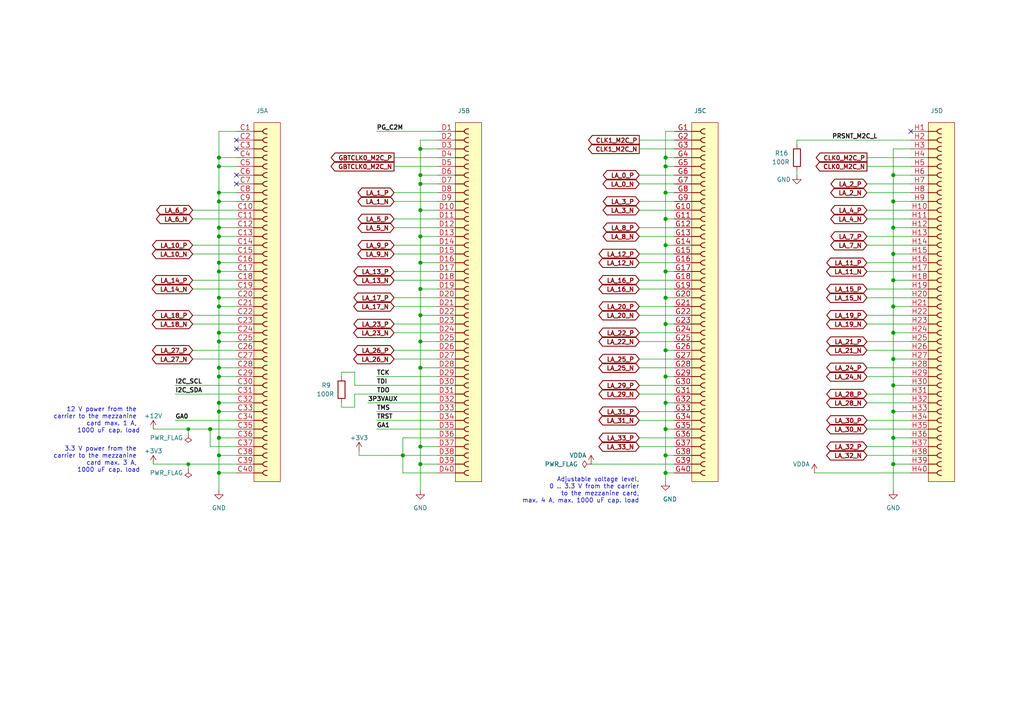
<source format=kicad_sch>
(kicad_sch (version 20210621) (generator eeschema)
  (paper "A4")
  (title_block (title "FMC LPC template") (date "2021-08-28"))
  (lib_symbols
    (symbol "Device:R" (pin_numbers hide) (pin_names (offset 0))
      (property "Reference" "R" (at 2.032 0 90))
      (property "Value" "R" (at 0 0 90))
      (symbol "R_1_1"
        (pin passive line (at 0 3.81 270) (length 1.27) (name "~") (number "1"))
        (pin passive line (at 0 -3.81 90) (length 1.27) (name "~") (number "2"))
      )
    )
    (symbol "power:+12V" (power) (pin_names (offset 0))
      (property "Value" "+12V" (at 0 3.556 0))
      (symbol "+12V_1_1"
        (pin power_in line (at 0 0 90) (length 0) hide (name "+12V") (number "1"))
      )
    )
    (symbol "power:+3V3" (power) (pin_names (offset 0))
      (property "Value" "+3V3" (at 0 3.556 0))
      (symbol "+3V3_1_1"
        (pin power_in line (at 0 0 90) (length 0) hide (name "+3V3") (number "1"))
      )
    )
    (symbol "power:GND" (power) (pin_names (offset 0))
      (property "Value" "GND" (at 0 -3.81 0))
      (symbol "GND_1_1"
        (pin power_in line (at 0 0 270) (length 0) hide (name "GND") (number "1"))
      )
    )
    (symbol "power:PWR_FLAG" (power) (pin_numbers hide) (pin_names (offset 0) hide)
      (property "Value" "PWR_FLAG" (at 0 3.81 0))
      (symbol "PWR_FLAG_0_0"
        (pin power_out line (at 0 0 90) (length 0) (name "pwr") (number "1"))
      )
    )
    (symbol "power:VDDA" (power) (pin_names (offset 0))
      (property "Value" "VDDA" (at 0 3.81 0))
      (symbol "VDDA_1_1"
        (pin power_in line (at 0 0 90) (length 0) hide (name "VDDA") (number "1"))
      )
    )
    (symbol "symbols:SAMTEC_ASP-134604-01" (pin_names (offset 1.27))
      (property "Reference" "J" (at 3.81 1.27 0))
      (symbol "SAMTEC_ASP-134604-01_1_1"
        (pin power_in line (at -5.08 -2.54 0) (length 5.08) (name "C1") (number "C1"))
        (pin bidirectional line (at -5.08 -25.4 0) (length 5.08) (name "C10") (number "C10"))
        (pin bidirectional line (at -5.08 -27.94 0) (length 5.08) (name "C11") (number "C11"))
        (pin power_in line (at -5.08 -30.48 0) (length 5.08) (name "C12") (number "C12"))
        (pin power_in line (at -5.08 -33.02 0) (length 5.08) (name "C13") (number "C13"))
        (pin bidirectional line (at -5.08 -35.56 0) (length 5.08) (name "C14") (number "C14"))
        (pin bidirectional line (at -5.08 -38.1 0) (length 5.08) (name "C15") (number "C15"))
        (pin power_in line (at -5.08 -40.64 0) (length 5.08) (name "C16") (number "C16"))
        (pin power_in line (at -5.08 -43.18 0) (length 5.08) (name "C17") (number "C17"))
        (pin bidirectional line (at -5.08 -45.72 0) (length 5.08) (name "C18") (number "C18"))
        (pin bidirectional line (at -5.08 -48.26 0) (length 5.08) (name "C19") (number "C19"))
        (pin bidirectional line (at -5.08 -5.08 0) (length 5.08) (name "C2") (number "C2"))
        (pin power_in line (at -5.08 -50.8 0) (length 5.08) (name "C20") (number "C20"))
        (pin power_in line (at -5.08 -53.34 0) (length 5.08) (name "C21") (number "C21"))
        (pin bidirectional line (at -5.08 -55.88 0) (length 5.08) (name "C22") (number "C22"))
        (pin bidirectional line (at -5.08 -58.42 0) (length 5.08) (name "C23") (number "C23"))
        (pin power_in line (at -5.08 -60.96 0) (length 5.08) (name "C24") (number "C24"))
        (pin power_in line (at -5.08 -63.5 0) (length 5.08) (name "C25") (number "C25"))
        (pin bidirectional line (at -5.08 -66.04 0) (length 5.08) (name "C26") (number "C26"))
        (pin bidirectional line (at -5.08 -68.58 0) (length 5.08) (name "C27") (number "C27"))
        (pin power_in line (at -5.08 -71.12 0) (length 5.08) (name "C28") (number "C28"))
        (pin power_in line (at -5.08 -73.66 0) (length 5.08) (name "C29") (number "C29"))
        (pin bidirectional line (at -5.08 -7.62 0) (length 5.08) (name "C3") (number "C3"))
        (pin bidirectional line (at -5.08 -76.2 0) (length 5.08) (name "C30") (number "C30"))
        (pin bidirectional line (at -5.08 -78.74 0) (length 5.08) (name "C31") (number "C31"))
        (pin power_in line (at -5.08 -81.28 0) (length 5.08) (name "C32") (number "C32"))
        (pin power_in line (at -5.08 -83.82 0) (length 5.08) (name "C33") (number "C33"))
        (pin input line (at -5.08 -86.36 0) (length 5.08) (name "C34") (number "C34"))
        (pin power_in line (at -5.08 -88.9 0) (length 5.08) (name "C35") (number "C35"))
        (pin power_in line (at -5.08 -91.44 0) (length 5.08) (name "C36") (number "C36"))
        (pin power_in line (at -5.08 -93.98 0) (length 5.08) (name "C37") (number "C37"))
        (pin power_in line (at -5.08 -96.52 0) (length 5.08) (name "C38") (number "C38"))
        (pin power_in line (at -5.08 -99.06 0) (length 5.08) (name "C39") (number "C39"))
        (pin power_in line (at -5.08 -10.16 0) (length 5.08) (name "C4") (number "C4"))
        (pin power_in line (at -5.08 -101.6 0) (length 5.08) (name "C40") (number "C40"))
        (pin power_in line (at -5.08 -12.7 0) (length 5.08) (name "C5") (number "C5"))
        (pin bidirectional line (at -5.08 -15.24 0) (length 5.08) (name "C6") (number "C6"))
        (pin bidirectional line (at -5.08 -17.78 0) (length 5.08) (name "C7") (number "C7"))
        (pin power_in line (at -5.08 -20.32 0) (length 5.08) (name "C8") (number "C8"))
        (pin power_in line (at -5.08 -22.86 0) (length 5.08) (name "C9") (number "C9"))
      )
      (symbol "SAMTEC_ASP-134604-01_2_1"
        (pin bidirectional line (at -5.08 -2.54 0) (length 5.08) (name "D1") (number "D1"))
        (pin power_in line (at -5.08 -25.4 0) (length 5.08) (name "D10") (number "D10"))
        (pin bidirectional line (at -5.08 -27.94 0) (length 5.08) (name "D11") (number "D11"))
        (pin bidirectional line (at -5.08 -30.48 0) (length 5.08) (name "D12") (number "D12"))
        (pin power_in line (at -5.08 -33.02 0) (length 5.08) (name "D13") (number "D13"))
        (pin bidirectional line (at -5.08 -35.56 0) (length 5.08) (name "D14") (number "D14"))
        (pin bidirectional line (at -5.08 -38.1 0) (length 5.08) (name "D15") (number "D15"))
        (pin power_in line (at -5.08 -40.64 0) (length 5.08) (name "D16") (number "D16"))
        (pin bidirectional line (at -5.08 -43.18 0) (length 5.08) (name "D17") (number "D17"))
        (pin bidirectional line (at -5.08 -45.72 0) (length 5.08) (name "D18") (number "D18"))
        (pin power_in line (at -5.08 -48.26 0) (length 5.08) (name "D19") (number "D19"))
        (pin power_in line (at -5.08 -5.08 0) (length 5.08) (name "D2") (number "D2"))
        (pin bidirectional line (at -5.08 -50.8 0) (length 5.08) (name "D20") (number "D20"))
        (pin bidirectional line (at -5.08 -53.34 0) (length 5.08) (name "D21") (number "D21"))
        (pin power_in line (at -5.08 -55.88 0) (length 5.08) (name "D22") (number "D22"))
        (pin bidirectional line (at -5.08 -58.42 0) (length 5.08) (name "D23") (number "D23"))
        (pin bidirectional line (at -5.08 -60.96 0) (length 5.08) (name "D24") (number "D24"))
        (pin power_in line (at -5.08 -63.5 0) (length 5.08) (name "D25") (number "D25"))
        (pin bidirectional line (at -5.08 -66.04 0) (length 5.08) (name "D26") (number "D26"))
        (pin bidirectional line (at -5.08 -68.58 0) (length 5.08) (name "D27") (number "D27"))
        (pin power_in line (at -5.08 -71.12 0) (length 5.08) (name "D28") (number "D28"))
        (pin bidirectional line (at -5.08 -73.66 0) (length 5.08) (name "D29") (number "D29"))
        (pin power_in line (at -5.08 -7.62 0) (length 5.08) (name "D3") (number "D3"))
        (pin bidirectional line (at -5.08 -76.2 0) (length 5.08) (name "D30") (number "D30"))
        (pin bidirectional line (at -5.08 -78.74 0) (length 5.08) (name "D31") (number "D31"))
        (pin power_in line (at -5.08 -81.28 0) (length 5.08) (name "D32") (number "D32"))
        (pin bidirectional line (at -5.08 -83.82 0) (length 5.08) (name "D33") (number "D33"))
        (pin bidirectional line (at -5.08 -86.36 0) (length 5.08) (name "D34") (number "D34"))
        (pin input line (at -5.08 -88.9 0) (length 5.08) (name "D35") (number "D35"))
        (pin power_in line (at -5.08 -91.44 0) (length 5.08) (name "D36") (number "D36"))
        (pin power_in line (at -5.08 -93.98 0) (length 5.08) (name "D37") (number "D37"))
        (pin power_in line (at -5.08 -96.52 0) (length 5.08) (name "D38") (number "D38"))
        (pin power_in line (at -5.08 -99.06 0) (length 5.08) (name "D39") (number "D39"))
        (pin bidirectional line (at -5.08 -10.16 0) (length 5.08) (name "D4") (number "D4"))
        (pin power_in line (at -5.08 -101.6 0) (length 5.08) (name "D40") (number "D40"))
        (pin bidirectional line (at -5.08 -12.7 0) (length 5.08) (name "D5") (number "D5"))
        (pin power_in line (at -5.08 -15.24 0) (length 5.08) (name "D6") (number "D6"))
        (pin power_in line (at -5.08 -17.78 0) (length 5.08) (name "D7") (number "D7"))
        (pin bidirectional line (at -5.08 -20.32 0) (length 5.08) (name "D8") (number "D8"))
        (pin bidirectional line (at -5.08 -22.86 0) (length 5.08) (name "D9") (number "D9"))
      )
      (symbol "SAMTEC_ASP-134604-01_3_1"
        (pin power_in line (at -5.08 -2.54 0) (length 5.08) (name "G1") (number "G1"))
        (pin bidirectional line (at -5.08 -25.4 0) (length 5.08) (name "G10") (number "G10"))
        (pin power_in line (at -5.08 -27.94 0) (length 5.08) (name "G11") (number "G11"))
        (pin bidirectional line (at -5.08 -30.48 0) (length 5.08) (name "G12") (number "G12"))
        (pin bidirectional line (at -5.08 -33.02 0) (length 5.08) (name "G13") (number "G13"))
        (pin power_in line (at -5.08 -35.56 0) (length 5.08) (name "G14") (number "G14"))
        (pin bidirectional line (at -5.08 -38.1 0) (length 5.08) (name "G15") (number "G15"))
        (pin bidirectional line (at -5.08 -40.64 0) (length 5.08) (name "G16") (number "G16"))
        (pin power_in line (at -5.08 -43.18 0) (length 5.08) (name "G17") (number "G17"))
        (pin bidirectional line (at -5.08 -45.72 0) (length 5.08) (name "G18") (number "G18"))
        (pin bidirectional line (at -5.08 -48.26 0) (length 5.08) (name "G19") (number "G19"))
        (pin bidirectional line (at -5.08 -5.08 0) (length 5.08) (name "G2") (number "G2"))
        (pin power_in line (at -5.08 -50.8 0) (length 5.08) (name "G20") (number "G20"))
        (pin bidirectional line (at -5.08 -53.34 0) (length 5.08) (name "G21") (number "G21"))
        (pin bidirectional line (at -5.08 -55.88 0) (length 5.08) (name "G22") (number "G22"))
        (pin power_in line (at -5.08 -58.42 0) (length 5.08) (name "G23") (number "G23"))
        (pin bidirectional line (at -5.08 -60.96 0) (length 5.08) (name "G24") (number "G24"))
        (pin bidirectional line (at -5.08 -63.5 0) (length 5.08) (name "G25") (number "G25"))
        (pin power_in line (at -5.08 -66.04 0) (length 5.08) (name "G26") (number "G26"))
        (pin bidirectional line (at -5.08 -68.58 0) (length 5.08) (name "G27") (number "G27"))
        (pin bidirectional line (at -5.08 -71.12 0) (length 5.08) (name "G28") (number "G28"))
        (pin power_in line (at -5.08 -73.66 0) (length 5.08) (name "G29") (number "G29"))
        (pin bidirectional line (at -5.08 -7.62 0) (length 5.08) (name "G3") (number "G3"))
        (pin bidirectional line (at -5.08 -76.2 0) (length 5.08) (name "G30") (number "G30"))
        (pin bidirectional line (at -5.08 -78.74 0) (length 5.08) (name "G31") (number "G31"))
        (pin power_in line (at -5.08 -81.28 0) (length 5.08) (name "G32") (number "G32"))
        (pin bidirectional line (at -5.08 -83.82 0) (length 5.08) (name "G33") (number "G33"))
        (pin bidirectional line (at -5.08 -86.36 0) (length 5.08) (name "G34") (number "G34"))
        (pin power_in line (at -5.08 -88.9 0) (length 5.08) (name "G35") (number "G35"))
        (pin bidirectional line (at -5.08 -91.44 0) (length 5.08) (name "G36") (number "G36"))
        (pin bidirectional line (at -5.08 -93.98 0) (length 5.08) (name "G37") (number "G37"))
        (pin power_in line (at -5.08 -96.52 0) (length 5.08) (name "G38") (number "G38"))
        (pin power_in line (at -5.08 -99.06 0) (length 5.08) (name "G39") (number "G39"))
        (pin power_in line (at -5.08 -10.16 0) (length 5.08) (name "G4") (number "G4"))
        (pin power_in line (at -5.08 -101.6 0) (length 5.08) (name "G40") (number "G40"))
        (pin power_in line (at -5.08 -12.7 0) (length 5.08) (name "G5") (number "G5"))
        (pin bidirectional line (at -5.08 -15.24 0) (length 5.08) (name "G6") (number "G6"))
        (pin bidirectional line (at -5.08 -17.78 0) (length 5.08) (name "G7") (number "G7"))
        (pin power_in line (at -5.08 -20.32 0) (length 5.08) (name "G8") (number "G8"))
        (pin bidirectional line (at -5.08 -22.86 0) (length 5.08) (name "G9") (number "G9"))
      )
      (symbol "SAMTEC_ASP-134604-01_4_1"
        (pin power_in line (at -5.08 -2.54 0) (length 5.08) (name "H1") (number "H1"))
        (pin bidirectional line (at -5.08 -25.4 0) (length 5.08) (name "H10") (number "H10"))
        (pin bidirectional line (at -5.08 -27.94 0) (length 5.08) (name "H11") (number "H11"))
        (pin power_in line (at -5.08 -30.48 0) (length 5.08) (name "H12") (number "H12"))
        (pin bidirectional line (at -5.08 -33.02 0) (length 5.08) (name "H13") (number "H13"))
        (pin bidirectional line (at -5.08 -35.56 0) (length 5.08) (name "H14") (number "H14"))
        (pin power_in line (at -5.08 -38.1 0) (length 5.08) (name "H15") (number "H15"))
        (pin bidirectional line (at -5.08 -40.64 0) (length 5.08) (name "H16") (number "H16"))
        (pin bidirectional line (at -5.08 -43.18 0) (length 5.08) (name "H17") (number "H17"))
        (pin power_in line (at -5.08 -45.72 0) (length 5.08) (name "H18") (number "H18"))
        (pin bidirectional line (at -5.08 -48.26 0) (length 5.08) (name "H19") (number "H19"))
        (pin bidirectional line (at -5.08 -5.08 0) (length 5.08) (name "H2") (number "H2"))
        (pin bidirectional line (at -5.08 -50.8 0) (length 5.08) (name "H20") (number "H20"))
        (pin power_in line (at -5.08 -53.34 0) (length 5.08) (name "H21") (number "H21"))
        (pin bidirectional line (at -5.08 -55.88 0) (length 5.08) (name "H22") (number "H22"))
        (pin bidirectional line (at -5.08 -58.42 0) (length 5.08) (name "H23") (number "H23"))
        (pin power_in line (at -5.08 -60.96 0) (length 5.08) (name "H24") (number "H24"))
        (pin bidirectional line (at -5.08 -63.5 0) (length 5.08) (name "H25") (number "H25"))
        (pin bidirectional line (at -5.08 -66.04 0) (length 5.08) (name "H26") (number "H26"))
        (pin power_in line (at -5.08 -68.58 0) (length 5.08) (name "H27") (number "H27"))
        (pin bidirectional line (at -5.08 -71.12 0) (length 5.08) (name "H28") (number "H28"))
        (pin bidirectional line (at -5.08 -73.66 0) (length 5.08) (name "H29") (number "H29"))
        (pin power_in line (at -5.08 -7.62 0) (length 5.08) (name "H3") (number "H3"))
        (pin power_in line (at -5.08 -76.2 0) (length 5.08) (name "H30") (number "H30"))
        (pin bidirectional line (at -5.08 -78.74 0) (length 5.08) (name "H31") (number "H31"))
        (pin bidirectional line (at -5.08 -81.28 0) (length 5.08) (name "H32") (number "H32"))
        (pin power_in line (at -5.08 -83.82 0) (length 5.08) (name "H33") (number "H33"))
        (pin bidirectional line (at -5.08 -86.36 0) (length 5.08) (name "H34") (number "H34"))
        (pin bidirectional line (at -5.08 -88.9 0) (length 5.08) (name "H35") (number "H35"))
        (pin power_in line (at -5.08 -91.44 0) (length 5.08) (name "H36") (number "H36"))
        (pin bidirectional line (at -5.08 -93.98 0) (length 5.08) (name "H37") (number "H37"))
        (pin bidirectional line (at -5.08 -96.52 0) (length 5.08) (name "H38") (number "H38"))
        (pin power_in line (at -5.08 -99.06 0) (length 5.08) (name "H39") (number "H39"))
        (pin bidirectional line (at -5.08 -10.16 0) (length 5.08) (name "H4") (number "H4"))
        (pin power_in line (at -5.08 -101.6 0) (length 5.08) (name "H40") (number "H40"))
        (pin bidirectional line (at -5.08 -12.7 0) (length 5.08) (name "H5") (number "H5"))
        (pin power_in line (at -5.08 -15.24 0) (length 5.08) (name "H6") (number "H6"))
        (pin bidirectional line (at -5.08 -17.78 0) (length 5.08) (name "H7") (number "H7"))
        (pin bidirectional line (at -5.08 -20.32 0) (length 5.08) (name "H8") (number "H8"))
        (pin power_in line (at -5.08 -22.86 0) (length 5.08) (name "H9") (number "H9"))
      )
    )
  )
  (junction (at 54.61 124.46) (diameter 0.9144))
  (junction (at 54.61 134.62) (diameter 0.9144))
  (junction (at 60.96 124.46) (diameter 1.016))
  (junction (at 63.5 45.72) (diameter 1.016))
  (junction (at 63.5 48.26) (diameter 1.016))
  (junction (at 63.5 55.88) (diameter 1.016))
  (junction (at 63.5 58.42) (diameter 1.016))
  (junction (at 63.5 66.04) (diameter 1.016))
  (junction (at 63.5 68.58) (diameter 1.016))
  (junction (at 63.5 76.2) (diameter 1.016))
  (junction (at 63.5 78.74) (diameter 1.016))
  (junction (at 63.5 86.36) (diameter 1.016))
  (junction (at 63.5 88.9) (diameter 1.016))
  (junction (at 63.5 96.52) (diameter 1.016))
  (junction (at 63.5 99.06) (diameter 1.016))
  (junction (at 63.5 106.68) (diameter 1.016))
  (junction (at 63.5 109.22) (diameter 1.016))
  (junction (at 63.5 116.84) (diameter 1.016))
  (junction (at 63.5 119.38) (diameter 1.016))
  (junction (at 63.5 127) (diameter 1.016))
  (junction (at 63.5 132.08) (diameter 1.016))
  (junction (at 63.5 137.16) (diameter 1.016))
  (junction (at 116.84 132.08) (diameter 1.016))
  (junction (at 121.92 43.18) (diameter 1.016))
  (junction (at 121.92 50.8) (diameter 1.016))
  (junction (at 121.92 53.34) (diameter 1.016))
  (junction (at 121.92 60.96) (diameter 1.016))
  (junction (at 121.92 68.58) (diameter 1.016))
  (junction (at 121.92 76.2) (diameter 1.016))
  (junction (at 121.92 83.82) (diameter 1.016))
  (junction (at 121.92 91.44) (diameter 1.016))
  (junction (at 121.92 99.06) (diameter 1.016))
  (junction (at 121.92 106.68) (diameter 1.016))
  (junction (at 121.92 129.54) (diameter 1.016))
  (junction (at 121.92 134.62) (diameter 1.016))
  (junction (at 193.04 45.72) (diameter 1.016))
  (junction (at 193.04 48.26) (diameter 1.016))
  (junction (at 193.04 55.88) (diameter 1.016))
  (junction (at 193.04 63.5) (diameter 1.016))
  (junction (at 193.04 71.12) (diameter 1.016))
  (junction (at 193.04 78.74) (diameter 1.016))
  (junction (at 193.04 86.36) (diameter 1.016))
  (junction (at 193.04 93.98) (diameter 1.016))
  (junction (at 193.04 101.6) (diameter 1.016))
  (junction (at 193.04 109.22) (diameter 1.016))
  (junction (at 193.04 116.84) (diameter 1.016))
  (junction (at 193.04 124.46) (diameter 1.016))
  (junction (at 193.04 132.08) (diameter 1.016))
  (junction (at 193.04 137.16) (diameter 1.016))
  (junction (at 259.08 50.8) (diameter 1.016))
  (junction (at 259.08 58.42) (diameter 1.016))
  (junction (at 259.08 66.04) (diameter 1.016))
  (junction (at 259.08 73.66) (diameter 1.016))
  (junction (at 259.08 81.28) (diameter 1.016))
  (junction (at 259.08 88.9) (diameter 1.016))
  (junction (at 259.08 96.52) (diameter 1.016))
  (junction (at 259.08 104.14) (diameter 1.016))
  (junction (at 259.08 111.76) (diameter 1.016))
  (junction (at 259.08 119.38) (diameter 1.016))
  (junction (at 259.08 127) (diameter 1.016))
  (junction (at 259.08 134.62) (diameter 1.016))
  (no_connect (at 68.58 40.64))
  (no_connect (at 68.58 43.18))
  (no_connect (at 68.58 50.8))
  (no_connect (at 68.58 53.34))
  (no_connect (at 264.16 38.1))
  (wire (pts (xy 44.45 124.46) (xy 54.61 124.46)))
  (wire (pts (xy 44.45 134.62) (xy 54.61 134.62)))
  (wire (pts (xy 50.8 111.76) (xy 68.58 111.76)))
  (wire (pts (xy 50.8 114.3) (xy 68.58 114.3)))
  (wire (pts (xy 50.8 121.92) (xy 68.58 121.92)))
  (wire (pts (xy 54.61 124.46) (xy 54.61 125.73)))
  (wire (pts (xy 54.61 124.46) (xy 60.96 124.46)))
  (wire (pts (xy 54.61 134.62) (xy 54.61 135.89)))
  (wire (pts (xy 54.61 134.62) (xy 68.58 134.62)))
  (wire (pts (xy 55.88 60.96) (xy 68.58 60.96)))
  (wire (pts (xy 55.88 63.5) (xy 68.58 63.5)))
  (wire (pts (xy 55.88 71.12) (xy 68.58 71.12)))
  (wire (pts (xy 55.88 73.66) (xy 68.58 73.66)))
  (wire (pts (xy 55.88 81.28) (xy 68.58 81.28)))
  (wire (pts (xy 55.88 83.82) (xy 68.58 83.82)))
  (wire (pts (xy 55.88 91.44) (xy 68.58 91.44)))
  (wire (pts (xy 55.88 93.98) (xy 68.58 93.98)))
  (wire (pts (xy 55.88 101.6) (xy 68.58 101.6)))
  (wire (pts (xy 55.88 104.14) (xy 68.58 104.14)))
  (wire (pts (xy 60.96 129.54) (xy 60.96 124.46)))
  (wire (pts (xy 63.5 38.1) (xy 63.5 45.72)))
  (wire (pts (xy 63.5 45.72) (xy 63.5 48.26)))
  (wire (pts (xy 63.5 48.26) (xy 63.5 55.88)))
  (wire (pts (xy 63.5 55.88) (xy 63.5 58.42)))
  (wire (pts (xy 63.5 58.42) (xy 63.5 66.04)))
  (wire (pts (xy 63.5 66.04) (xy 63.5 68.58)))
  (wire (pts (xy 63.5 68.58) (xy 63.5 76.2)))
  (wire (pts (xy 63.5 76.2) (xy 63.5 78.74)))
  (wire (pts (xy 63.5 78.74) (xy 63.5 86.36)))
  (wire (pts (xy 63.5 86.36) (xy 63.5 88.9)))
  (wire (pts (xy 63.5 88.9) (xy 63.5 96.52)))
  (wire (pts (xy 63.5 96.52) (xy 63.5 99.06)))
  (wire (pts (xy 63.5 99.06) (xy 63.5 106.68)))
  (wire (pts (xy 63.5 106.68) (xy 63.5 109.22)))
  (wire (pts (xy 63.5 109.22) (xy 63.5 116.84)))
  (wire (pts (xy 63.5 116.84) (xy 63.5 119.38)))
  (wire (pts (xy 63.5 119.38) (xy 63.5 127)))
  (wire (pts (xy 63.5 127) (xy 63.5 132.08)))
  (wire (pts (xy 63.5 132.08) (xy 63.5 137.16)))
  (wire (pts (xy 63.5 137.16) (xy 63.5 142.24)))
  (wire (pts (xy 63.5 137.16) (xy 68.58 137.16)))
  (wire (pts (xy 68.58 38.1) (xy 63.5 38.1)))
  (wire (pts (xy 68.58 45.72) (xy 63.5 45.72)))
  (wire (pts (xy 68.58 48.26) (xy 63.5 48.26)))
  (wire (pts (xy 68.58 55.88) (xy 63.5 55.88)))
  (wire (pts (xy 68.58 58.42) (xy 63.5 58.42)))
  (wire (pts (xy 68.58 66.04) (xy 63.5 66.04)))
  (wire (pts (xy 68.58 68.58) (xy 63.5 68.58)))
  (wire (pts (xy 68.58 76.2) (xy 63.5 76.2)))
  (wire (pts (xy 68.58 78.74) (xy 63.5 78.74)))
  (wire (pts (xy 68.58 86.36) (xy 63.5 86.36)))
  (wire (pts (xy 68.58 88.9) (xy 63.5 88.9)))
  (wire (pts (xy 68.58 96.52) (xy 63.5 96.52)))
  (wire (pts (xy 68.58 99.06) (xy 63.5 99.06)))
  (wire (pts (xy 68.58 106.68) (xy 63.5 106.68)))
  (wire (pts (xy 68.58 109.22) (xy 63.5 109.22)))
  (wire (pts (xy 68.58 116.84) (xy 63.5 116.84)))
  (wire (pts (xy 68.58 119.38) (xy 63.5 119.38)))
  (wire (pts (xy 68.58 124.46) (xy 60.96 124.46)))
  (wire (pts (xy 68.58 127) (xy 63.5 127)))
  (wire (pts (xy 68.58 129.54) (xy 60.96 129.54)))
  (wire (pts (xy 68.58 132.08) (xy 63.5 132.08)))
  (wire (pts (xy 99.06 107.95) (xy 102.87 107.95)))
  (wire (pts (xy 99.06 109.22) (xy 99.06 107.95)))
  (wire (pts (xy 99.06 116.84) (xy 99.06 118.11)))
  (wire (pts (xy 99.06 118.11) (xy 102.87 118.11)))
  (wire (pts (xy 102.87 107.95) (xy 102.87 111.76)))
  (wire (pts (xy 102.87 111.76) (xy 127 111.76)))
  (wire (pts (xy 102.87 114.3) (xy 127 114.3)))
  (wire (pts (xy 102.87 118.11) (xy 102.87 114.3)))
  (wire (pts (xy 104.14 130.81) (xy 104.14 132.08)))
  (wire (pts (xy 104.14 132.08) (xy 116.84 132.08)))
  (wire (pts (xy 106.68 116.84) (xy 127 116.84)))
  (wire (pts (xy 109.22 38.1) (xy 127 38.1)))
  (wire (pts (xy 109.22 109.22) (xy 127 109.22)))
  (wire (pts (xy 109.22 119.38) (xy 127 119.38)))
  (wire (pts (xy 109.22 121.92) (xy 127 121.92)))
  (wire (pts (xy 109.22 124.46) (xy 127 124.46)))
  (wire (pts (xy 114.3 45.72) (xy 127 45.72)))
  (wire (pts (xy 114.3 48.26) (xy 127 48.26)))
  (wire (pts (xy 114.3 55.88) (xy 127 55.88)))
  (wire (pts (xy 114.3 58.42) (xy 127 58.42)))
  (wire (pts (xy 114.3 63.5) (xy 127 63.5)))
  (wire (pts (xy 114.3 66.04) (xy 127 66.04)))
  (wire (pts (xy 114.3 71.12) (xy 127 71.12)))
  (wire (pts (xy 114.3 73.66) (xy 127 73.66)))
  (wire (pts (xy 114.3 78.74) (xy 127 78.74)))
  (wire (pts (xy 114.3 81.28) (xy 127 81.28)))
  (wire (pts (xy 114.3 86.36) (xy 127 86.36)))
  (wire (pts (xy 114.3 88.9) (xy 127 88.9)))
  (wire (pts (xy 114.3 93.98) (xy 127 93.98)))
  (wire (pts (xy 114.3 96.52) (xy 127 96.52)))
  (wire (pts (xy 114.3 101.6) (xy 127 101.6)))
  (wire (pts (xy 114.3 104.14) (xy 127 104.14)))
  (wire (pts (xy 116.84 127) (xy 116.84 132.08)))
  (wire (pts (xy 116.84 132.08) (xy 116.84 137.16)))
  (wire (pts (xy 116.84 137.16) (xy 127 137.16)))
  (wire (pts (xy 121.92 40.64) (xy 121.92 43.18)))
  (wire (pts (xy 121.92 43.18) (xy 121.92 50.8)))
  (wire (pts (xy 121.92 50.8) (xy 121.92 53.34)))
  (wire (pts (xy 121.92 53.34) (xy 121.92 60.96)))
  (wire (pts (xy 121.92 60.96) (xy 121.92 68.58)))
  (wire (pts (xy 121.92 68.58) (xy 121.92 76.2)))
  (wire (pts (xy 121.92 76.2) (xy 121.92 83.82)))
  (wire (pts (xy 121.92 83.82) (xy 121.92 91.44)))
  (wire (pts (xy 121.92 91.44) (xy 121.92 99.06)))
  (wire (pts (xy 121.92 99.06) (xy 121.92 106.68)))
  (wire (pts (xy 121.92 106.68) (xy 121.92 129.54)))
  (wire (pts (xy 121.92 129.54) (xy 121.92 134.62)))
  (wire (pts (xy 121.92 134.62) (xy 121.92 142.24)))
  (wire (pts (xy 127 40.64) (xy 121.92 40.64)))
  (wire (pts (xy 127 43.18) (xy 121.92 43.18)))
  (wire (pts (xy 127 50.8) (xy 121.92 50.8)))
  (wire (pts (xy 127 53.34) (xy 121.92 53.34)))
  (wire (pts (xy 127 60.96) (xy 121.92 60.96)))
  (wire (pts (xy 127 68.58) (xy 121.92 68.58)))
  (wire (pts (xy 127 76.2) (xy 121.92 76.2)))
  (wire (pts (xy 127 83.82) (xy 121.92 83.82)))
  (wire (pts (xy 127 91.44) (xy 121.92 91.44)))
  (wire (pts (xy 127 99.06) (xy 121.92 99.06)))
  (wire (pts (xy 127 106.68) (xy 121.92 106.68)))
  (wire (pts (xy 127 127) (xy 116.84 127)))
  (wire (pts (xy 127 129.54) (xy 121.92 129.54)))
  (wire (pts (xy 127 132.08) (xy 116.84 132.08)))
  (wire (pts (xy 127 134.62) (xy 121.92 134.62)))
  (wire (pts (xy 171.45 134.62) (xy 195.58 134.62)))
  (wire (pts (xy 185.42 40.64) (xy 195.58 40.64)))
  (wire (pts (xy 185.42 43.18) (xy 195.58 43.18)))
  (wire (pts (xy 185.42 50.8) (xy 195.58 50.8)))
  (wire (pts (xy 185.42 53.34) (xy 195.58 53.34)))
  (wire (pts (xy 185.42 58.42) (xy 195.58 58.42)))
  (wire (pts (xy 185.42 60.96) (xy 195.58 60.96)))
  (wire (pts (xy 185.42 66.04) (xy 195.58 66.04)))
  (wire (pts (xy 185.42 68.58) (xy 195.58 68.58)))
  (wire (pts (xy 185.42 73.66) (xy 195.58 73.66)))
  (wire (pts (xy 185.42 76.2) (xy 195.58 76.2)))
  (wire (pts (xy 185.42 81.28) (xy 195.58 81.28)))
  (wire (pts (xy 185.42 83.82) (xy 195.58 83.82)))
  (wire (pts (xy 185.42 88.9) (xy 195.58 88.9)))
  (wire (pts (xy 185.42 91.44) (xy 195.58 91.44)))
  (wire (pts (xy 185.42 96.52) (xy 195.58 96.52)))
  (wire (pts (xy 185.42 99.06) (xy 195.58 99.06)))
  (wire (pts (xy 185.42 104.14) (xy 195.58 104.14)))
  (wire (pts (xy 185.42 106.68) (xy 195.58 106.68)))
  (wire (pts (xy 185.42 111.76) (xy 195.58 111.76)))
  (wire (pts (xy 185.42 114.3) (xy 195.58 114.3)))
  (wire (pts (xy 185.42 119.38) (xy 195.58 119.38)))
  (wire (pts (xy 185.42 121.92) (xy 195.58 121.92)))
  (wire (pts (xy 185.42 127) (xy 195.58 127)))
  (wire (pts (xy 185.42 129.54) (xy 195.58 129.54)))
  (wire (pts (xy 193.04 38.1) (xy 193.04 45.72)))
  (wire (pts (xy 193.04 45.72) (xy 193.04 48.26)))
  (wire (pts (xy 193.04 48.26) (xy 193.04 55.88)))
  (wire (pts (xy 193.04 55.88) (xy 193.04 63.5)))
  (wire (pts (xy 193.04 63.5) (xy 193.04 71.12)))
  (wire (pts (xy 193.04 71.12) (xy 193.04 78.74)))
  (wire (pts (xy 193.04 78.74) (xy 193.04 86.36)))
  (wire (pts (xy 193.04 86.36) (xy 193.04 93.98)))
  (wire (pts (xy 193.04 93.98) (xy 193.04 101.6)))
  (wire (pts (xy 193.04 101.6) (xy 193.04 109.22)))
  (wire (pts (xy 193.04 109.22) (xy 193.04 116.84)))
  (wire (pts (xy 193.04 116.84) (xy 193.04 124.46)))
  (wire (pts (xy 193.04 124.46) (xy 193.04 132.08)))
  (wire (pts (xy 193.04 132.08) (xy 193.04 137.16)))
  (wire (pts (xy 193.04 137.16) (xy 193.04 139.7)))
  (wire (pts (xy 193.04 137.16) (xy 195.58 137.16)))
  (wire (pts (xy 195.58 38.1) (xy 193.04 38.1)))
  (wire (pts (xy 195.58 45.72) (xy 193.04 45.72)))
  (wire (pts (xy 195.58 48.26) (xy 193.04 48.26)))
  (wire (pts (xy 195.58 55.88) (xy 193.04 55.88)))
  (wire (pts (xy 195.58 63.5) (xy 193.04 63.5)))
  (wire (pts (xy 195.58 71.12) (xy 193.04 71.12)))
  (wire (pts (xy 195.58 78.74) (xy 193.04 78.74)))
  (wire (pts (xy 195.58 86.36) (xy 193.04 86.36)))
  (wire (pts (xy 195.58 93.98) (xy 193.04 93.98)))
  (wire (pts (xy 195.58 101.6) (xy 193.04 101.6)))
  (wire (pts (xy 195.58 109.22) (xy 193.04 109.22)))
  (wire (pts (xy 195.58 116.84) (xy 193.04 116.84)))
  (wire (pts (xy 195.58 124.46) (xy 193.04 124.46)))
  (wire (pts (xy 195.58 132.08) (xy 193.04 132.08)))
  (wire (pts (xy 231.14 40.64) (xy 231.14 41.91)))
  (wire (pts (xy 231.14 40.64) (xy 264.16 40.64)))
  (wire (pts (xy 231.14 49.53) (xy 231.14 50.8)))
  (wire (pts (xy 236.22 137.16) (xy 264.16 137.16)))
  (wire (pts (xy 251.46 45.72) (xy 264.16 45.72)))
  (wire (pts (xy 251.46 48.26) (xy 264.16 48.26)))
  (wire (pts (xy 251.46 53.34) (xy 264.16 53.34)))
  (wire (pts (xy 251.46 55.88) (xy 264.16 55.88)))
  (wire (pts (xy 251.46 60.96) (xy 264.16 60.96)))
  (wire (pts (xy 251.46 63.5) (xy 264.16 63.5)))
  (wire (pts (xy 251.46 68.58) (xy 264.16 68.58)))
  (wire (pts (xy 251.46 71.12) (xy 264.16 71.12)))
  (wire (pts (xy 251.46 76.2) (xy 264.16 76.2)))
  (wire (pts (xy 251.46 78.74) (xy 264.16 78.74)))
  (wire (pts (xy 251.46 83.82) (xy 264.16 83.82)))
  (wire (pts (xy 251.46 86.36) (xy 264.16 86.36)))
  (wire (pts (xy 251.46 91.44) (xy 264.16 91.44)))
  (wire (pts (xy 251.46 93.98) (xy 264.16 93.98)))
  (wire (pts (xy 251.46 99.06) (xy 264.16 99.06)))
  (wire (pts (xy 251.46 101.6) (xy 264.16 101.6)))
  (wire (pts (xy 251.46 106.68) (xy 264.16 106.68)))
  (wire (pts (xy 251.46 109.22) (xy 264.16 109.22)))
  (wire (pts (xy 251.46 114.3) (xy 264.16 114.3)))
  (wire (pts (xy 251.46 116.84) (xy 264.16 116.84)))
  (wire (pts (xy 251.46 121.92) (xy 264.16 121.92)))
  (wire (pts (xy 251.46 124.46) (xy 264.16 124.46)))
  (wire (pts (xy 251.46 129.54) (xy 264.16 129.54)))
  (wire (pts (xy 251.46 132.08) (xy 264.16 132.08)))
  (wire (pts (xy 259.08 43.18) (xy 259.08 50.8)))
  (wire (pts (xy 259.08 50.8) (xy 259.08 58.42)))
  (wire (pts (xy 259.08 58.42) (xy 259.08 66.04)))
  (wire (pts (xy 259.08 66.04) (xy 259.08 73.66)))
  (wire (pts (xy 259.08 73.66) (xy 259.08 81.28)))
  (wire (pts (xy 259.08 81.28) (xy 259.08 88.9)))
  (wire (pts (xy 259.08 88.9) (xy 259.08 96.52)))
  (wire (pts (xy 259.08 96.52) (xy 259.08 104.14)))
  (wire (pts (xy 259.08 104.14) (xy 259.08 111.76)))
  (wire (pts (xy 259.08 111.76) (xy 259.08 119.38)))
  (wire (pts (xy 259.08 119.38) (xy 259.08 127)))
  (wire (pts (xy 259.08 127) (xy 259.08 134.62)))
  (wire (pts (xy 259.08 127) (xy 264.16 127)))
  (wire (pts (xy 259.08 134.62) (xy 259.08 142.24)))
  (wire (pts (xy 264.16 43.18) (xy 259.08 43.18)))
  (wire (pts (xy 264.16 50.8) (xy 259.08 50.8)))
  (wire (pts (xy 264.16 58.42) (xy 259.08 58.42)))
  (wire (pts (xy 264.16 66.04) (xy 259.08 66.04)))
  (wire (pts (xy 264.16 73.66) (xy 259.08 73.66)))
  (wire (pts (xy 264.16 81.28) (xy 259.08 81.28)))
  (wire (pts (xy 264.16 88.9) (xy 259.08 88.9)))
  (wire (pts (xy 264.16 96.52) (xy 259.08 96.52)))
  (wire (pts (xy 264.16 104.14) (xy 259.08 104.14)))
  (wire (pts (xy 264.16 111.76) (xy 259.08 111.76)))
  (wire (pts (xy 264.16 119.38) (xy 259.08 119.38)))
  (wire (pts (xy 264.16 134.62) (xy 259.08 134.62)))
  (text "12 V power from the \ncarrier to the mezzanine \ncard max. 1 A, \n1000 uF cap. load" (at 40.64 125.73 0) (effects (font (size 1.27 1.27)) (justify right bottom)))
  (text "3.3 V power from the \ncarrier to the mezzanine \ncard max. 3 A, \n1000 uF cap. load" (at 40.64 137.16 0) (effects (font (size 1.27 1.27)) (justify right bottom)))
  (text "Adjustable voltage level,\n0 .. 3.3 V from the carrier\nto the mezzanine card,\nmax. 4 A, max. 1000 uF cap. load" (at 185.42 146.05 0) (effects (font (size 1.27 1.27)) (justify right bottom)))
  (label "I2C_SCL" (at 50.8 111.76 0) (effects (font (thickness 0.254) bold)))
  (label "I2C_SDA" (at 50.8 114.3 0) (effects (font (thickness 0.254) bold)))
  (label "GA0" (at 50.8 121.92 0) (effects (font (thickness 0.254) bold)))
  (label "3P3VAUX" (at 106.68 116.84 0) (effects (font (thickness 0.254) bold)))
  (label "PG_C2M" (at 109.22 38.1 0) (effects (font (thickness 0.254) bold)))
  (label "TCK" (at 109.22 109.22 0) (effects (font (thickness 0.254) bold)))
  (label "TDI" (at 109.22 111.76 0) (effects (font (thickness 0.254) bold)))
  (label "TDO" (at 109.22 114.3 0) (effects (font (thickness 0.254) bold)))
  (label "TMS" (at 109.22 119.38 0) (effects (font (thickness 0.254) bold)))
  (label "TRST" (at 109.22 121.92 0) (effects (font (thickness 0.254) bold)))
  (label "GA1" (at 109.22 124.46 0) (effects (font (thickness 0.254) bold)))
  (label "PRSNT_M2C_L" (at 241.3 40.64 0) (effects (font (thickness 0.254) bold)))
  (global_label "LA_6_P" (shape bidirectional) (at 55.88 60.96 180) (effects (font (thickness 0.254) bold)) (property "Intersheet References" "${INTERSHEET_REFS}" (effects hide)))
  (global_label "LA_6_N" (shape bidirectional) (at 55.88 63.5 180) (effects (font (thickness 0.254) bold)) (property "Intersheet References" "${INTERSHEET_REFS}" (effects hide)))
  (global_label "LA_10_P" (shape bidirectional) (at 55.88 71.12 180) (effects (font (thickness 0.254) bold)) (property "Intersheet References" "${INTERSHEET_REFS}" (effects hide)))
  (global_label "LA_10_N" (shape bidirectional) (at 55.88 73.66 180) (effects (font (thickness 0.254) bold)) (property "Intersheet References" "${INTERSHEET_REFS}" (effects hide)))
  (global_label "LA_14_P" (shape bidirectional) (at 55.88 81.28 180) (effects (font (thickness 0.254) bold)) (property "Intersheet References" "${INTERSHEET_REFS}" (effects hide)))
  (global_label "LA_14_N" (shape bidirectional) (at 55.88 83.82 180) (effects (font (thickness 0.254) bold)) (property "Intersheet References" "${INTERSHEET_REFS}" (effects hide)))
  (global_label "LA_18_P" (shape bidirectional) (at 55.88 91.44 180) (effects (font (thickness 0.254) bold)) (property "Intersheet References" "${INTERSHEET_REFS}" (effects hide)))
  (global_label "LA_18_N" (shape bidirectional) (at 55.88 93.98 180) (effects (font (thickness 0.254) bold)) (property "Intersheet References" "${INTERSHEET_REFS}" (effects hide)))
  (global_label "LA_27_P" (shape bidirectional) (at 55.88 101.6 180) (effects (font (thickness 0.254) bold)) (property "Intersheet References" "${INTERSHEET_REFS}" (effects hide)))
  (global_label "LA_27_N" (shape bidirectional) (at 55.88 104.14 180) (effects (font (thickness 0.254) bold)) (property "Intersheet References" "${INTERSHEET_REFS}" (effects hide)))
  (global_label "GBTCLK0_M2C_P" (shape output) (at 114.3 45.72 180) (effects (font (thickness 0.254) bold)) (property "Intersheet References" "${INTERSHEET_REFS}" (effects hide)))
  (global_label "GBTCLK0_M2C_N" (shape output) (at 114.3 48.26 180) (effects (font (thickness 0.254) bold)) (property "Intersheet References" "${INTERSHEET_REFS}" (effects hide)))
  (global_label "LA_1_P" (shape bidirectional) (at 114.3 55.88 180) (effects (font (thickness 0.254) bold)) (property "Intersheet References" "${INTERSHEET_REFS}" (effects hide)))
  (global_label "LA_1_N" (shape bidirectional) (at 114.3 58.42 180) (effects (font (thickness 0.254) bold)) (property "Intersheet References" "${INTERSHEET_REFS}" (effects hide)))
  (global_label "LA_5_P" (shape bidirectional) (at 114.3 63.5 180) (effects (font (thickness 0.254) bold)) (property "Intersheet References" "${INTERSHEET_REFS}" (effects hide)))
  (global_label "LA_5_N" (shape bidirectional) (at 114.3 66.04 180) (effects (font (thickness 0.254) bold)) (property "Intersheet References" "${INTERSHEET_REFS}" (effects hide)))
  (global_label "LA_9_P" (shape bidirectional) (at 114.3 71.12 180) (effects (font (thickness 0.254) bold)) (property "Intersheet References" "${INTERSHEET_REFS}" (effects hide)))
  (global_label "LA_9_N" (shape bidirectional) (at 114.3 73.66 180) (effects (font (thickness 0.254) bold)) (property "Intersheet References" "${INTERSHEET_REFS}" (effects hide)))
  (global_label "LA_13_P" (shape bidirectional) (at 114.3 78.74 180) (effects (font (thickness 0.254) bold)) (property "Intersheet References" "${INTERSHEET_REFS}" (effects hide)))
  (global_label "LA_13_N" (shape bidirectional) (at 114.3 81.28 180) (effects (font (thickness 0.254) bold)) (property "Intersheet References" "${INTERSHEET_REFS}" (effects hide)))
  (global_label "LA_17_P" (shape bidirectional) (at 114.3 86.36 180) (effects (font (thickness 0.254) bold)) (property "Intersheet References" "${INTERSHEET_REFS}" (effects hide)))
  (global_label "LA_17_N" (shape bidirectional) (at 114.3 88.9 180) (effects (font (thickness 0.254) bold)) (property "Intersheet References" "${INTERSHEET_REFS}" (effects hide)))
  (global_label "LA_23_P" (shape bidirectional) (at 114.3 93.98 180) (effects (font (thickness 0.254) bold)) (property "Intersheet References" "${INTERSHEET_REFS}" (effects hide)))
  (global_label "LA_23_N" (shape bidirectional) (at 114.3 96.52 180) (effects (font (thickness 0.254) bold)) (property "Intersheet References" "${INTERSHEET_REFS}" (effects hide)))
  (global_label "LA_26_P" (shape bidirectional) (at 114.3 101.6 180) (effects (font (thickness 0.254) bold)) (property "Intersheet References" "${INTERSHEET_REFS}" (effects hide)))
  (global_label "LA_26_N" (shape bidirectional) (at 114.3 104.14 180) (effects (font (thickness 0.254) bold)) (property "Intersheet References" "${INTERSHEET_REFS}" (effects hide)))
  (global_label "CLK1_M2C_P" (shape output) (at 185.42 40.64 180) (effects (font (thickness 0.254) bold)) (property "Intersheet References" "${INTERSHEET_REFS}" (effects hide)))
  (global_label "CLK1_M2C_N" (shape output) (at 185.42 43.18 180) (effects (font (thickness 0.254) bold)) (property "Intersheet References" "${INTERSHEET_REFS}" (effects hide)))
  (global_label "LA_0_P" (shape bidirectional) (at 185.42 50.8 180) (effects (font (thickness 0.254) bold)) (property "Intersheet References" "${INTERSHEET_REFS}" (effects hide)))
  (global_label "LA_0_N" (shape bidirectional) (at 185.42 53.34 180) (effects (font (thickness 0.254) bold)) (property "Intersheet References" "${INTERSHEET_REFS}" (effects hide)))
  (global_label "LA_3_P" (shape bidirectional) (at 185.42 58.42 180) (effects (font (thickness 0.254) bold)) (property "Intersheet References" "${INTERSHEET_REFS}" (effects hide)))
  (global_label "LA_3_N" (shape bidirectional) (at 185.42 60.96 180) (effects (font (thickness 0.254) bold)) (property "Intersheet References" "${INTERSHEET_REFS}" (effects hide)))
  (global_label "LA_8_P" (shape bidirectional) (at 185.42 66.04 180) (effects (font (thickness 0.254) bold)) (property "Intersheet References" "${INTERSHEET_REFS}" (effects hide)))
  (global_label "LA_8_N" (shape bidirectional) (at 185.42 68.58 180) (effects (font (thickness 0.254) bold)) (property "Intersheet References" "${INTERSHEET_REFS}" (effects hide)))
  (global_label "LA_12_P" (shape bidirectional) (at 185.42 73.66 180) (effects (font (thickness 0.254) bold)) (property "Intersheet References" "${INTERSHEET_REFS}" (effects hide)))
  (global_label "LA_12_N" (shape bidirectional) (at 185.42 76.2 180) (effects (font (thickness 0.254) bold)) (property "Intersheet References" "${INTERSHEET_REFS}" (effects hide)))
  (global_label "LA_16_P" (shape bidirectional) (at 185.42 81.28 180) (effects (font (thickness 0.254) bold)) (property "Intersheet References" "${INTERSHEET_REFS}" (effects hide)))
  (global_label "LA_16_N" (shape bidirectional) (at 185.42 83.82 180) (effects (font (thickness 0.254) bold)) (property "Intersheet References" "${INTERSHEET_REFS}" (effects hide)))
  (global_label "LA_20_P" (shape bidirectional) (at 185.42 88.9 180) (effects (font (thickness 0.254) bold)) (property "Intersheet References" "${INTERSHEET_REFS}" (effects hide)))
  (global_label "LA_20_N" (shape bidirectional) (at 185.42 91.44 180) (effects (font (thickness 0.254) bold)) (property "Intersheet References" "${INTERSHEET_REFS}" (effects hide)))
  (global_label "LA_22_P" (shape bidirectional) (at 185.42 96.52 180) (effects (font (thickness 0.254) bold)) (property "Intersheet References" "${INTERSHEET_REFS}" (effects hide)))
  (global_label "LA_22_N" (shape bidirectional) (at 185.42 99.06 180) (effects (font (thickness 0.254) bold)) (property "Intersheet References" "${INTERSHEET_REFS}" (effects hide)))
  (global_label "LA_25_P" (shape bidirectional) (at 185.42 104.14 180) (effects (font (thickness 0.254) bold)) (property "Intersheet References" "${INTERSHEET_REFS}" (effects hide)))
  (global_label "LA_25_N" (shape bidirectional) (at 185.42 106.68 180) (effects (font (thickness 0.254) bold)) (property "Intersheet References" "${INTERSHEET_REFS}" (effects hide)))
  (global_label "LA_29_P" (shape bidirectional) (at 185.42 111.76 180) (effects (font (thickness 0.254) bold)) (property "Intersheet References" "${INTERSHEET_REFS}" (effects hide)))
  (global_label "LA_29_N" (shape bidirectional) (at 185.42 114.3 180) (effects (font (thickness 0.254) bold)) (property "Intersheet References" "${INTERSHEET_REFS}" (effects hide)))
  (global_label "LA_31_P" (shape bidirectional) (at 185.42 119.38 180) (effects (font (thickness 0.254) bold)) (property "Intersheet References" "${INTERSHEET_REFS}" (effects hide)))
  (global_label "LA_31_N" (shape bidirectional) (at 185.42 121.92 180) (effects (font (thickness 0.254) bold)) (property "Intersheet References" "${INTERSHEET_REFS}" (effects hide)))
  (global_label "LA_33_P" (shape bidirectional) (at 185.42 127 180) (effects (font (thickness 0.254) bold)) (property "Intersheet References" "${INTERSHEET_REFS}" (effects hide)))
  (global_label "LA_33_N" (shape bidirectional) (at 185.42 129.54 180) (effects (font (thickness 0.254) bold)) (property "Intersheet References" "${INTERSHEET_REFS}" (effects hide)))
  (global_label "CLK0_M2C_P" (shape output) (at 251.46 45.72 180) (effects (font (thickness 0.254) bold)) (property "Intersheet References" "${INTERSHEET_REFS}" (effects hide)))
  (global_label "CLK0_M2C_N" (shape output) (at 251.46 48.26 180) (effects (font (thickness 0.254) bold)) (property "Intersheet References" "${INTERSHEET_REFS}" (effects hide)))
  (global_label "LA_2_P" (shape bidirectional) (at 251.46 53.34 180) (effects (font (thickness 0.254) bold)) (property "Intersheet References" "${INTERSHEET_REFS}" (effects hide)))
  (global_label "LA_2_N" (shape bidirectional) (at 251.46 55.88 180) (effects (font (thickness 0.254) bold)) (property "Intersheet References" "${INTERSHEET_REFS}" (effects hide)))
  (global_label "LA_4_P" (shape bidirectional) (at 251.46 60.96 180) (effects (font (thickness 0.254) bold)) (property "Intersheet References" "${INTERSHEET_REFS}" (effects hide)))
  (global_label "LA_4_N" (shape bidirectional) (at 251.46 63.5 180) (effects (font (thickness 0.254) bold)) (property "Intersheet References" "${INTERSHEET_REFS}" (effects hide)))
  (global_label "LA_7_P" (shape bidirectional) (at 251.46 68.58 180) (effects (font (thickness 0.254) bold)) (property "Intersheet References" "${INTERSHEET_REFS}" (effects hide)))
  (global_label "LA_7_N" (shape bidirectional) (at 251.46 71.12 180) (effects (font (thickness 0.254) bold)) (property "Intersheet References" "${INTERSHEET_REFS}" (effects hide)))
  (global_label "LA_11_P" (shape bidirectional) (at 251.46 76.2 180) (effects (font (thickness 0.254) bold)) (property "Intersheet References" "${INTERSHEET_REFS}" (effects hide)))
  (global_label "LA_11_N" (shape bidirectional) (at 251.46 78.74 180) (effects (font (thickness 0.254) bold)) (property "Intersheet References" "${INTERSHEET_REFS}" (effects hide)))
  (global_label "LA_15_P" (shape bidirectional) (at 251.46 83.82 180) (effects (font (thickness 0.254) bold)) (property "Intersheet References" "${INTERSHEET_REFS}" (effects hide)))
  (global_label "LA_15_N" (shape bidirectional) (at 251.46 86.36 180) (effects (font (thickness 0.254) bold)) (property "Intersheet References" "${INTERSHEET_REFS}" (effects hide)))
  (global_label "LA_19_P" (shape bidirectional) (at 251.46 91.44 180) (effects (font (thickness 0.254) bold)) (property "Intersheet References" "${INTERSHEET_REFS}" (effects hide)))
  (global_label "LA_19_N" (shape bidirectional) (at 251.46 93.98 180) (effects (font (thickness 0.254) bold)) (property "Intersheet References" "${INTERSHEET_REFS}" (effects hide)))
  (global_label "LA_21_P" (shape bidirectional) (at 251.46 99.06 180) (effects (font (thickness 0.254) bold)) (property "Intersheet References" "${INTERSHEET_REFS}" (effects hide)))
  (global_label "LA_21_N" (shape bidirectional) (at 251.46 101.6 180) (effects (font (thickness 0.254) bold)) (property "Intersheet References" "${INTERSHEET_REFS}" (effects hide)))
  (global_label "LA_24_P" (shape bidirectional) (at 251.46 106.68 180) (effects (font (thickness 0.254) bold)) (property "Intersheet References" "${INTERSHEET_REFS}" (effects hide)))
  (global_label "LA_24_N" (shape bidirectional) (at 251.46 109.22 180) (effects (font (thickness 0.254) bold)) (property "Intersheet References" "${INTERSHEET_REFS}" (effects hide)))
  (global_label "LA_28_P" (shape bidirectional) (at 251.46 114.3 180) (effects (font (thickness 0.254) bold)) (property "Intersheet References" "${INTERSHEET_REFS}" (effects hide)))
  (global_label "LA_28_N" (shape bidirectional) (at 251.46 116.84 180) (effects (font (thickness 0.254) bold)) (property "Intersheet References" "${INTERSHEET_REFS}" (effects hide)))
  (global_label "LA_30_P" (shape bidirectional) (at 251.46 121.92 180) (effects (font (thickness 0.254) bold)) (property "Intersheet References" "${INTERSHEET_REFS}" (effects hide)))
  (global_label "LA_30_N" (shape bidirectional) (at 251.46 124.46 180) (effects (font (thickness 0.254) bold)) (property "Intersheet References" "${INTERSHEET_REFS}" (effects hide)))
  (global_label "LA_32_P" (shape bidirectional) (at 251.46 129.54 180) (effects (font (thickness 0.254) bold)) (property "Intersheet References" "${INTERSHEET_REFS}" (effects hide)))
  (global_label "LA_32_N" (shape bidirectional) (at 251.46 132.08 180) (effects (font (thickness 0.254) bold)) (property "Intersheet References" "${INTERSHEET_REFS}" (effects hide)))
  (symbol (lib_id "power:+12V") (at 44.45 124.46 0) (unit 1)
    (property "Reference" "#PWR03" (effects hide))
    (property "Value" "+12V" (at 44.45 120.65 0))
  )
  (symbol (lib_id "power:+3V3") (at 44.45 134.62 0) (unit 1)
    (property "Reference" "#PWR04" (effects hide))
    (property "Value" "+3V3" (at 44.45 130.81 0))
  )
  (symbol (lib_id "power:+3V3") (at 104.14 130.81 0) (unit 1)
    (property "Reference" "#PWR0123" (effects hide))
    (property "Value" "+3V3" (at 104.14 127 0))
  )
  (symbol (lib_id "power:VDDA") (at 171.45 134.62 0) (unit 1)
    (property "Reference" "#PWR0124" (effects hide))
    (property "Value" "VDDA" (at 167.64 132.08 0))
  )
  (symbol (lib_id "power:VDDA") (at 236.22 137.16 0) (unit 1)
    (property "Reference" "#PWR0128" (effects hide))
    (property "Value" "VDDA" (at 232.41 134.62 0))
  )
  (symbol (lib_id "power:PWR_FLAG") (at 54.61 125.73 180) (unit 1)
    (property "Reference" "#FLG0107" (effects hide))
    (property "Value" "PWR_FLAG" (at 48.26 127 0))
  )
  (symbol (lib_id "power:PWR_FLAG") (at 54.61 135.89 180) (unit 1)
    (property "Reference" "#FLG0108" (effects hide))
    (property "Value" "PWR_FLAG" (at 48.26 137.16 0))
  )
  (symbol (lib_id "power:PWR_FLAG") (at 171.45 134.62 90) (unit 1)
    (property "Reference" "#FLG01" (effects hide))
    (property "Value" "PWR_FLAG" (at 167.64 134.6199 90) (effects (justify left)))
  )
  (symbol (lib_id "power:GND") (at 63.5 142.24 0) (unit 1)
    (property "Reference" "#PWR0103" (effects hide))
    (property "Value" "GND" (at 63.5 147.32 0))
  )
  (symbol (lib_id "power:GND") (at 121.92 142.24 0) (unit 1)
    (property "Reference" "#PWR0104" (effects hide))
    (property "Value" "GND" (at 121.92 147.32 0))
  )
  (symbol (lib_id "power:GND") (at 193.04 139.7 0) (unit 1)
    (property "Reference" "#PWR0107" (effects hide))
    (property "Value" "GND" (at 194.31 144.78 0))
  )
  (symbol (lib_id "power:GND") (at 231.14 50.8 0) (unit 1)
    (property "Reference" "#PWR0106" (effects hide))
    (property "Value" "GND" (at 227.33 52.07 0))
  )
  (symbol (lib_id "power:GND") (at 259.08 142.24 0) (unit 1)
    (property "Reference" "#PWR0105" (effects hide))
    (property "Value" "GND" (at 259.08 147.32 0))
  )
  (symbol (lib_id "Device:R") (at 99.06 113.03 180) (unit 1)
    (property "Reference" "R9" (at 94.6108 111.76 0))
    (property "Value" "100R" (at 94.3695 114.3 0))
    (property "Footprint" "Resistor_SMD:R_0603_1608Metric" (effects hide))
  )
  (symbol (lib_id "Device:R") (at 231.14 45.72 180) (unit 1)
    (property "Reference" "R16" (at 226.6908 44.45 0))
    (property "Value" "100R" (at 226.4495 46.99 0))
    (property "Footprint" "Resistor_SMD:R_0603_1608Metric" (effects hide))
  )
  (symbol (lib_id "symbols:SAMTEC_ASP-134604-01") (at 73.66 35.56 0) (unit 1)
    (property "Reference" "J5" (at 74.2951 32.1385 0) (effects (justify left)))
    (property "Value" "ASP-134604-01" (effects hide))
    (property "Footprint" "footprints:Samtec_FMC_ASP-134604-01_4x40_Vertical" (effects hide))
    (property "Datasheet" "https://www.mouser.ch/datasheet/2/527/asp-134604-01-mkt-1546032.pdf" (effects hide))
  )
  (symbol (lib_id "symbols:SAMTEC_ASP-134604-01") (at 132.08 35.56 0) (unit 2)
    (property "Reference" "J5" (at 132.7151 32.1385 0) (effects (justify left)))
    (property "Value" "ASP-134604-01" (effects hide))
    (property "Footprint" "footprints:Samtec_FMC_ASP-134604-01_4x40_Vertical" (effects hide))
    (property "Datasheet" "https://www.mouser.ch/datasheet/2/527/asp-134604-01-mkt-1546032.pdf" (effects hide))
  )
  (symbol (lib_id "symbols:SAMTEC_ASP-134604-01") (at 200.66 35.56 0) (unit 3)
    (property "Reference" "J5" (at 201.2951 32.1385 0) (effects (justify left)))
    (property "Value" "ASP-134604-01" (effects hide))
    (property "Footprint" "footprints:Samtec_FMC_ASP-134604-01_4x40_Vertical" (effects hide))
    (property "Datasheet" "https://www.mouser.ch/datasheet/2/527/asp-134604-01-mkt-1546032.pdf" (effects hide))
  )
  (symbol (lib_id "symbols:SAMTEC_ASP-134604-01") (at 269.24 35.56 0) (unit 4)
    (property "Reference" "J5" (at 269.8751 32.1385 0) (effects (justify left)))
    (property "Value" "ASP-134604-01" (effects hide))
    (property "Footprint" "footprints:Samtec_FMC_ASP-134604-01_4x40_Vertical" (effects hide))
    (property "Datasheet" "https://www.mouser.ch/datasheet/2/527/asp-134604-01-mkt-1546032.pdf" (effects hide))
  )
)
</source>
